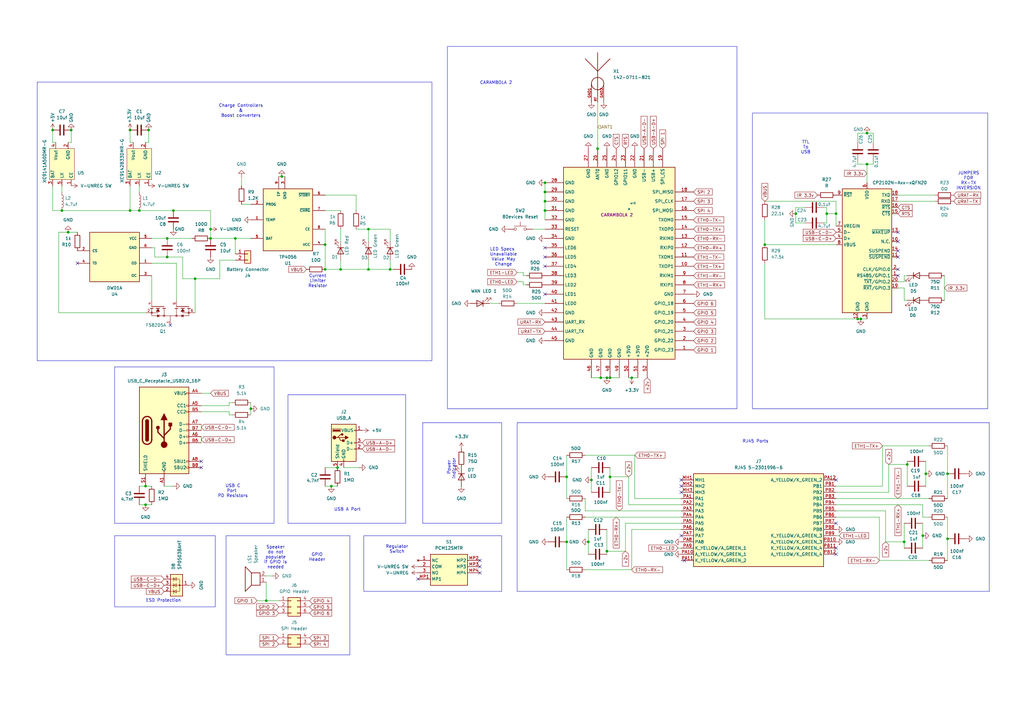
<source format=kicad_sch>
(kicad_sch (version 20231120) (generator "eeschema") (generator_version "8.0")
  (paper "A3")
  (junction (at 353.06 130.81))
  (junction (at 232.41 195.58))
  (junction (at 246.38 154.94))
  (junction (at 223.52 82.55))
  (junction (at 223.52 86.36))
  (junction (at 57.15 86.36))
  (junction (at 68.58 97.79))
  (junction (at 53.34 53.34))
  (junction (at 109.22 246.38))
  (junction (at 59.69 207.01))
  (junction (at 223.52 78.74))
  (junction (at 102.87 167.64))
  (junction (at 25.4 86.36))
  (junction (at 379.73 194.31))
  (junction (at 248.92 154.94))
  (junction (at 339.09 87.63))
  (junction (at 133.35 110.49))
  (junction (at 250.19 154.94))
  (junction (at 241.3 222.25))
  (junction (at 59.69 199.39))
  (junction (at 372.11 190.5))
  (junction (at 53.34 86.36))
  (junction (at 160.02 110.49))
  (junction (at 223.52 74.93))
  (junction (at 355.6 54.61))
  (junction (at 250.19 195.58))
  (junction (at 388.62 194.31))
  (junction (at 60.96 53.34))
  (junction (at 370.84 222.25))
  (junction (at 86.36 97.79))
  (junction (at 29.21 53.34))
  (junction (at 80.01 114.3))
  (junction (at 151.13 93.98))
  (junction (at 248.92 226.06))
  (junction (at 133.35 100.33))
  (junction (at 232.41 222.25))
  (junction (at 135.89 199.39))
  (junction (at 138.43 191.77))
  (junction (at 355.6 67.31))
  (junction (at 27.94 95.25))
  (junction (at 21.59 53.34))
  (junction (at 86.36 93.98))
  (junction (at 342.9 87.63))
  (junction (at 245.11 60.96))
  (junction (at 68.58 105.41))
  (junction (at 351.79 130.81))
  (junction (at 388.62 220.98))
  (junction (at 71.12 86.36))
  (junction (at 313.69 100.33))
  (junction (at 242.57 196.85))
  (junction (at 326.39 87.63))
  (junction (at 96.52 97.79))
  (junction (at 378.46 219.71))
  (junction (at 151.13 110.49))
  (junction (at 115.57 72.39))
  (junction (at 139.7 110.49))
  (junction (at 259.08 154.94))
  (no_connect (at 82.55 189.23))
  (no_connect (at 223.52 105.41))
  (no_connect (at 196.85 234.95))
  (no_connect (at 342.9 224.79))
  (no_connect (at 279.4 196.85))
  (no_connect (at 280.67 229.87))
  (no_connect (at 223.52 109.22))
  (no_connect (at 223.52 101.6))
  (no_connect (at 368.3 99.06))
  (no_connect (at 368.3 102.87))
  (no_connect (at 82.55 191.77))
  (no_connect (at 368.3 110.49))
  (no_connect (at 279.4 199.39))
  (no_connect (at 342.9 227.33))
  (no_connect (at 368.3 113.03))
  (no_connect (at 171.45 237.49))
  (no_connect (at 342.9 196.85))
  (no_connect (at 223.52 120.65))
  (no_connect (at 342.9 214.63))
  (no_connect (at 368.3 105.41))
  (no_connect (at 196.85 229.87))
  (no_connect (at 69.85 133.35))
  (no_connect (at 279.4 201.93))
  (no_connect (at 31.75 107.95))
  (no_connect (at 279.4 219.71))
  (no_connect (at 368.3 95.25))
  (no_connect (at 196.85 232.41))
  (wire (pts (xy 53.34 86.36) (xy 57.15 86.36)))
  (wire (pts (xy 363.22 222.25) (xy 370.84 222.25)))
  (wire (pts (xy 368.3 115.57) (xy 370.84 115.57)))
  (wire (pts (xy 102.87 167.64) (xy 102.87 170.18)))
  (wire (pts (xy 326.39 85.09) (xy 326.39 87.63)))
  (wire (pts (xy 248.92 226.06) (xy 248.92 227.33)))
  (wire (pts (xy 248.92 154.94) (xy 250.19 154.94)))
  (wire (pts (xy 62.23 123.19) (xy 62.23 113.03)))
  (wire (pts (xy 151.13 93.98) (xy 151.13 99.06)))
  (wire (pts (xy 135.89 199.39) (xy 138.43 199.39)))
  (wire (pts (xy 62.23 107.95) (xy 72.39 107.95)))
  (wire (pts (xy 68.58 105.41) (xy 63.5 105.41)))
  (wire (pts (xy 358.14 58.42) (xy 358.14 54.61)))
  (wire (pts (xy 111.76 236.22) (xy 109.22 236.22)))
  (wire (pts (xy 133.35 191.77) (xy 138.43 191.77)))
  (wire (pts (xy 68.58 105.41) (xy 74.93 105.41)))
  (wire (pts (xy 214.63 113.03) (xy 214.63 111.76)))
  (wire (pts (xy 223.52 82.55) (xy 223.52 86.36)))
  (wire (pts (xy 146.05 86.36) (xy 146.05 80.01)))
  (wire (pts (xy 115.57 72.39) (xy 116.84 72.39)))
  (wire (pts (xy 245.11 67.31) (xy 245.11 60.96)))
  (wire (pts (xy 351.79 54.61) (xy 355.6 54.61)))
  (wire (pts (xy 372.11 190.5) (xy 372.11 189.23)))
  (wire (pts (xy 160.02 99.06) (xy 160.02 93.98)))
  (wire (pts (xy 240.03 204.47) (xy 240.03 209.55)))
  (wire (pts (xy 214.63 116.84) (xy 215.9 116.84)))
  (wire (pts (xy 71.12 199.39) (xy 67.31 199.39)))
  (wire (pts (xy 250.19 195.58) (xy 257.81 195.58)))
  (wire (pts (xy 242.57 196.85) (xy 242.57 201.93)))
  (wire (pts (xy 24.13 95.25) (xy 24.13 128.27)))
  (wire (pts (xy 242.57 191.77) (xy 242.57 196.85)))
  (wire (pts (xy 259.08 154.94) (xy 261.62 154.94)))
  (wire (pts (xy 245.11 41.91) (xy 245.11 60.96)))
  (wire (pts (xy 93.98 166.37) (xy 82.55 166.37)))
  (wire (pts (xy 53.34 53.34) (xy 53.34 58.42)))
  (wire (pts (xy 212.09 124.46) (xy 223.52 124.46)))
  (wire (pts (xy 388.62 194.31) (xy 388.62 182.88)))
  (wire (pts (xy 387.35 113.03) (xy 387.35 123.19)))
  (wire (pts (xy 337.82 91.44) (xy 339.09 91.44)))
  (wire (pts (xy 242.57 154.94) (xy 246.38 154.94)))
  (wire (pts (xy 214.63 116.84) (xy 214.63 115.57)))
  (wire (pts (xy 379.73 194.31) (xy 379.73 189.23)))
  (wire (pts (xy 260.35 186.69) (xy 260.35 204.47)))
  (wire (pts (xy 388.62 212.09) (xy 388.62 220.98)))
  (wire (pts (xy 86.36 86.36) (xy 86.36 93.98)))
  (wire (pts (xy 250.19 195.58) (xy 250.19 201.93)))
  (wire (pts (xy 381 229.87) (xy 360.68 229.87)))
  (wire (pts (xy 250.19 191.77) (xy 250.19 195.58)))
  (wire (pts (xy 256.54 226.06) (xy 248.92 226.06)))
  (wire (pts (xy 29.21 53.34) (xy 29.21 58.42)))
  (wire (pts (xy 93.98 168.91) (xy 82.55 168.91)))
  (wire (pts (xy 232.41 195.58) (xy 232.41 186.69)))
  (wire (pts (xy 90.17 114.3) (xy 80.01 114.3)))
  (wire (pts (xy 109.22 246.38) (xy 114.3 246.38)))
  (wire (pts (xy 151.13 93.98) (xy 160.02 93.98)))
  (wire (pts (xy 115.57 72.39) (xy 114.3 72.39)))
  (wire (pts (xy 27.94 95.25) (xy 24.13 95.25)))
  (wire (pts (xy 161.29 110.49) (xy 160.02 110.49)))
  (wire (pts (xy 99.06 83.82) (xy 102.87 83.82)))
  (wire (pts (xy 90.17 106.68) (xy 90.17 114.3)))
  (wire (pts (xy 54.61 58.42) (xy 53.34 58.42)))
  (wire (pts (xy 139.7 99.06) (xy 139.7 93.98)))
  (wire (pts (xy 342.9 87.63) (xy 339.09 87.63)))
  (wire (pts (xy 342.9 204.47) (xy 381 204.47)))
  (wire (pts (xy 358.14 67.31) (xy 358.14 66.04)))
  (wire (pts (xy 257.81 195.58) (xy 257.81 207.01)))
  (wire (pts (xy 370.84 115.57) (xy 370.84 113.03)))
  (wire (pts (xy 223.52 78.74) (xy 223.52 82.55)))
  (wire (pts (xy 342.9 207.01) (xy 378.46 207.01)))
  (wire (pts (xy 360.68 229.87) (xy 360.68 212.09)))
  (wire (pts (xy 358.14 54.61) (xy 355.6 54.61)))
  (wire (pts (xy 96.52 106.68) (xy 90.17 106.68)))
  (wire (pts (xy 370.84 214.63) (xy 370.84 222.25)))
  (wire (pts (xy 59.69 199.39) (xy 62.23 199.39)))
  (wire (pts (xy 102.87 165.1) (xy 102.87 167.64)))
  (wire (pts (xy 241.3 222.25) (xy 241.3 227.33)))
  (wire (pts (xy 378.46 207.01) (xy 378.46 212.09)))
  (wire (pts (xy 240.03 209.55) (xy 279.4 209.55)))
  (wire (pts (xy 370.84 113.03) (xy 372.11 113.03)))
  (wire (pts (xy 68.58 97.79) (xy 62.23 97.79)))
  (wire (pts (xy 147.32 191.77) (xy 140.97 191.77)))
  (wire (pts (xy 71.12 86.36) (xy 86.36 86.36)))
  (wire (pts (xy 351.79 58.42) (xy 351.79 54.61)))
  (wire (pts (xy 246.38 154.94) (xy 248.92 154.94)))
  (wire (pts (xy 330.2 85.09) (xy 326.39 85.09)))
  (wire (pts (xy 378.46 212.09) (xy 381 212.09)))
  (wire (pts (xy 363.22 209.55) (xy 363.22 222.25)))
  (wire (pts (xy 60.96 53.34) (xy 60.96 58.42)))
  (wire (pts (xy 57.15 76.2) (xy 57.15 78.74)))
  (wire (pts (xy 214.63 115.57) (xy 212.09 115.57)))
  (wire (pts (xy 82.55 173.99) (xy 82.55 176.53)))
  (wire (pts (xy 93.98 170.18) (xy 93.98 168.91)))
  (wire (pts (xy 200.66 124.46) (xy 204.47 124.46)))
  (wire (pts (xy 105.41 246.38) (xy 109.22 246.38)))
  (wire (pts (xy 95.25 170.18) (xy 93.98 170.18)))
  (wire (pts (xy 146.05 80.01) (xy 133.35 80.01)))
  (wire (pts (xy 381 182.88) (xy 361.95 182.88)))
  (wire (pts (xy 25.4 86.36) (xy 53.34 86.36)))
  (wire (pts (xy 109.22 238.76) (xy 109.22 246.38)))
  (wire (pts (xy 388.62 220.98) (xy 388.62 229.87)))
  (wire (pts (xy 364.49 190.5) (xy 372.11 190.5)))
  (wire (pts (xy 370.84 123.19) (xy 372.11 123.19)))
  (wire (pts (xy 313.69 82.55) (xy 342.9 82.55)))
  (wire (pts (xy 256.54 214.63) (xy 256.54 226.06)))
  (wire (pts (xy 358.14 67.31) (xy 355.6 67.31)))
  (wire (pts (xy 133.35 100.33) (xy 133.35 93.98)))
  (wire (pts (xy 80.01 114.3) (xy 74.93 114.3)))
  (wire (pts (xy 351.79 66.04) (xy 351.79 67.31)))
  (wire (pts (xy 59.69 207.01) (xy 62.23 207.01)))
  (wire (pts (xy 232.41 222.25) (xy 232.41 233.68)))
  (wire (pts (xy 355.6 67.31) (xy 355.6 74.93)))
  (wire (pts (xy 72.39 107.95) (xy 72.39 123.19)))
  (wire (pts (xy 59.69 58.42) (xy 60.96 58.42)))
  (wire (pts (xy 31.75 95.25) (xy 27.94 95.25)))
  (wire (pts (xy 344.17 219.71) (xy 342.9 219.71)))
  (wire (pts (xy 378.46 219.71) (xy 378.46 214.63)))
  (wire (pts (xy 151.13 93.98) (xy 146.05 93.98)))
  (wire (pts (xy 342.9 201.93) (xy 364.49 201.93)))
  (wire (pts (xy 80.01 128.27) (xy 80.01 114.3)))
  (wire (pts (xy 372.11 190.5) (xy 372.11 199.39)))
  (wire (pts (xy 218.44 93.98) (xy 223.52 93.98)))
  (wire (pts (xy 99.06 72.39) (xy 99.06 76.2)))
  (wire (pts (xy 368.3 118.11) (xy 370.84 118.11)))
  (wire (pts (xy 353.06 130.81) (xy 355.6 130.81)))
  (wire (pts (xy 21.59 76.2) (xy 21.59 86.36)))
  (wire (pts (xy 370.84 123.19) (xy 370.84 118.11)))
  (wire (pts (xy 57.15 207.01) (xy 59.69 207.01)))
  (wire (pts (xy 240.03 186.69) (xy 260.35 186.69)))
  (wire (pts (xy 27.94 58.42) (xy 29.21 58.42)))
  (wire (pts (xy 355.6 67.31) (xy 351.79 67.31)))
  (wire (pts (xy 215.9 113.03) (xy 214.63 113.03)))
  (wire (pts (xy 151.13 106.68) (xy 151.13 110.49)))
  (wire (pts (xy 313.69 100.33) (xy 342.9 100.33)))
  (wire (pts (xy 240.03 233.68) (xy 259.08 233.68)))
  (wire (pts (xy 139.7 86.36) (xy 133.35 86.36)))
  (wire (pts (xy 139.7 110.49) (xy 133.35 110.49)))
  (wire (pts (xy 326.39 91.44) (xy 326.39 87.63)))
  (wire (pts (xy 370.84 224.79) (xy 370.84 222.25)))
  (wire (pts (xy 53.34 76.2) (xy 53.34 86.36)))
  (wire (pts (xy 82.55 179.07) (xy 82.55 181.61)))
  (wire (pts (xy 21.59 86.36) (xy 25.4 86.36)))
  (wire (pts (xy 86.36 97.79) (xy 96.52 97.79)))
  (wire (pts (xy 74.93 114.3) (xy 74.93 105.41)))
  (wire (pts (xy 279.4 214.63) (xy 256.54 214.63)))
  (wire (pts (xy 378.46 224.79) (xy 378.46 219.71)))
  (wire (pts (xy 25.4 76.2) (xy 25.4 78.74)))
  (wire (pts (xy 241.3 217.17) (xy 241.3 222.25)))
  (wire (pts (xy 383.54 82.55) (xy 368.3 82.55)))
  (wire (pts (xy 342.9 82.55) (xy 342.9 87.63)))
  (wire (pts (xy 223.52 86.36) (xy 223.52 90.17)))
  (wire (pts (xy 342.9 212.09) (xy 360.68 212.09)))
  (wire (pts (xy 250.19 154.94) (xy 254 154.94)))
  (wire (pts (xy 342.9 199.39) (xy 361.95 199.39)))
  (wire (pts (xy 330.2 91.44) (xy 326.39 91.44)))
  (wire (pts (xy 313.69 107.95) (xy 313.69 130.81)))
  (wire (pts (xy 93.98 165.1) (xy 93.98 166.37)))
  (wire (pts (xy 257.81 154.94) (xy 259.08 154.94)))
  (wire (pts (xy 160.02 106.68) (xy 160.02 110.49)))
  (wire (pts (xy 223.52 74.93) (xy 223.52 78.74)))
  (wire (pts (xy 339.09 85.09) (xy 337.82 85.09)))
  (wire (pts (xy 260.35 204.47) (xy 279.4 204.47)))
  (wire (pts (xy 339.09 87.63) (xy 339.09 91.44)))
  (wire (pts (xy 339.09 85.09) (xy 339.09 87.63)))
  (wire (pts (xy 24.13 128.27) (xy 59.69 128.27)))
  (wire (pts (xy 379.73 199.39) (xy 379.73 194.31)))
  (wire (pts (xy 364.49 190.5) (xy 364.49 201.93)))
  (wire (pts (xy 68.58 97.79) (xy 78.74 97.79)))
  (wire (pts (xy 96.52 97.79) (xy 102.87 97.79)))
  (wire (pts (xy 96.52 104.14) (xy 96.52 97.79)))
  (wire (pts (xy 259.08 217.17) (xy 259.08 233.68)))
  (wire (pts (xy 133.35 110.49) (xy 133.35 100.33)))
  (wire (pts (xy 22.86 58.42) (xy 21.59 58.42)))
  (wire (pts (xy 278.13 224.79) (xy 279.4 224.79)))
  (wire (pts (xy 139.7 110.49) (xy 139.7 106.68)))
  (wire (pts (xy 259.08 217.17) (xy 279.4 217.17)))
  (wire (pts (xy 383.54 80.01) (xy 368.3 80.01)))
  (wire (pts (xy 342.9 92.71) (xy 342.9 87.63)))
  (wire (pts (xy 86.36 93.98) (xy 86.36 97.79)))
  (wire (pts (xy 361.95 199.39) (xy 361.95 182.88)))
  (wire (pts (xy 342.9 209.55) (xy 363.22 209.55)))
  (wire (pts (xy 351.79 130.81) (xy 353.06 130.81)))
  (wire (pts (xy 248.92 217.17) (xy 248.92 226.06)))
  (wire (pts (xy 232.41 204.47) (xy 232.41 195.58)))
  (wire (pts (xy 313.69 90.17) (xy 313.69 100.33)))
  (wire (pts (xy 63.5 101.6) (xy 63.5 105.41)))
  (wire (pts (xy 133.35 199.39) (xy 135.89 199.39)))
  (wire (pts (xy 240.03 212.09) (xy 279.4 212.09)))
  (wire (pts (xy 57.15 86.36) (xy 71.12 86.36)))
  (wire (pts (xy 279.4 207.01) (xy 257.81 207.01)))
  (wire (pts (xy 232.41 212.09) (xy 232.41 222.25)))
  (wire (pts (xy 82.55 161.29) (xy 86.36 161.29)))
  (wire (pts (xy 214.63 111.76) (xy 212.09 111.76)))
  (wire (pts (xy 139.7 110.49) (xy 151.13 110.49)))
  (wire (pts (xy 388.62 204.47) (xy 388.62 194.31)))
  (wire (pts (xy 151.13 110.49) (xy 160.02 110.49)))
  (wire (pts (xy 95.25 165.1) (xy 93.98 165.1)))
  (wire (pts (xy 57.15 199.39) (xy 59.69 199.39)))
  (wire (pts (xy 313.69 130.81) (xy 351.79 130.81)))
  (wire (pts (xy 62.23 101.6) (xy 63.5 101.6)))
  (wire (pts (xy 21.59 53.34) (xy 21.59 58.42)))
  (rectangle (start 46.99 219.71) (end 88.265 248.92))
  (rectangle (start 308.61 46.355) (end 405.13 167.64))
  (rectangle (start 183.515 19.05) (end 302.26 167.64))
  (rectangle (start 46.99 150.495) (end 112.395 214.63))
  (rectangle (start 212.09 173.355) (end 405.765 242.57))
  (rectangle (start 149.225 219.71) (end 205.74 242.57))
  (rectangle (start 118.11 161.925) (end 166.37 214.63))
  (rectangle (start 173.355 173.355) (end 205.74 214.63))
  (rectangle (start 15.24 33.655) (end 177.165 147.955))
  (rectangle (start 92.71 219.71) (end 143.51 268.605))
  (text "CARAMBOLA 2" (at 203.454 34.036 0) (effects (font (size 1.27 1.27))))
  (text "JUMPERS\nFOR\nRX-TX\nINVERSION" (at 397.256 74.168 0) (effects (font (size 1.27 1.27))))
  (text "ESD Protection" (at 67.056 246.38 0) (effects (font (size 1.27 1.27))))
  (text "Current\nLimiter\nResistor" (at 130.302 115.316 0) (effects (font (size 1.27 1.27))))
  (text "USB A Port" (at 142.494 209.042 0) (effects (font (size 1.27 1.27))))
  (text "Power\nindicator " (at 185.166 191.77 90) (effects (font (size 1.27 1.27))))
  (text "Speaker\ndo not\npopulate\nif GPIO is\nneeded" (at 113.03 228.6 0) (effects (font (size 1.27 1.27))))
  (text "RJ45 Ports\n" (at 309.88 181.102 0) (effects (font (size 1.27 1.27))))
  (text "Charge Controllers\n&\nBoost converters" (at 98.806 45.466 0) (effects (font (size 1.27 1.27))))
  (text "TTL\nTo\nUSB" (at 330.454 60.452 0) (effects (font (size 1.27 1.27))))
  (text "Regulator\nSwitch" (at 162.814 225.298 0) (effects (font (size 1.27 1.27))))
  (text "USB C\nPort \nPD Resistors" (at 95.504 201.422 0) (effects (font (size 1.27 1.27))))
  (text "GPIO\nHeader" (at 130.048 228.6 0) (effects (font (size 1.27 1.27))))
  (text "LED Specs \nUnavailable\nValue May\nChange" (at 206.502 105.41 0) (effects (font (size 1.27 1.27))))
  (global_label "ETH0-TX-" (shape input) (at 284.48 90.17 0) (property "Intersheetrefs" "${INTERSHEET_REFS}" (effects (hide yes))))
  (global_label "VBUS" (shape input) (at 67.31 242.57 180) (property "Intersheetrefs" "${INTERSHEET_REFS}" (effects (hide yes))))
  (global_label "IR 3.3v" (shape input) (at 335.28 80.01 180) (property "Intersheetrefs" "${INTERSHEET_REFS}" (effects (hide yes))))
  (global_label "SPI 3" (shape input) (at 284.48 82.55 0) (property "Intersheetrefs" "${INTERSHEET_REFS}" (effects (hide yes))))
  (global_label "GPIO 5" (shape input) (at 284.48 128.27 0) (property "Intersheetrefs" "${INTERSHEET_REFS}" (effects (hide yes))))
  (global_label "ETH0-TX+" (shape input) (at 284.48 93.98 0) (property "Intersheetrefs" "${INTERSHEET_REFS}" (effects (hide yes))))
  (global_label "ETH1-LED" (shape input) (at 212.09 111.76 180) (property "Intersheetrefs" "${INTERSHEET_REFS}" (effects (hide yes))))
  (global_label "+2v" (shape input) (at 257.81 195.58 90) (property "Intersheetrefs" "${INTERSHEET_REFS}" (effects (hide yes))))
  (global_label "ETH1-RX+" (shape input) (at 368.3 207.01 270) (property "Intersheetrefs" "${INTERSHEET_REFS}" (effects (hide yes))))
  (global_label "GPIO 5" (shape input) (at 127 248.92 0) (property "Intersheetrefs" "${INTERSHEET_REFS}" (effects (hide yes))))
  (global_label "ETH1-TX-" (shape input) (at 368.3 204.47 90) (property "Intersheetrefs" "${INTERSHEET_REFS}" (effects (hide yes))))
  (global_label "SPI 2" (shape input) (at 114.3 264.16 180) (property "Intersheetrefs" "${INTERSHEET_REFS}" (effects (hide yes))))
  (global_label "SPI 1" (shape input) (at 114.3 261.62 180) (property "Intersheetrefs" "${INTERSHEET_REFS}" (effects (hide yes))))
  (global_label "USB-C-D+" (shape input) (at 82.55 180.34 0) (property "Intersheetrefs" "${INTERSHEET_REFS}" (effects (hide yes))))
  (global_label "GPIO 3" (shape input) (at 114.3 251.46 180) (property "Intersheetrefs" "${INTERSHEET_REFS}" (effects (hide yes))))
  (global_label "ETH1-TX+" (shape input) (at 284.48 109.22 0) (property "Intersheetrefs" "${INTERSHEET_REFS}" (effects (hide yes))))
  (global_label "GPIO 1" (shape input) (at 284.48 143.51 0) (property "Intersheetrefs" "${INTERSHEET_REFS}" (effects (hide yes))))
  (global_label "GPIO 4" (shape input) (at 284.48 132.08 0) (property "Intersheetrefs" "${INTERSHEET_REFS}" (effects (hide yes))))
  (global_label "USB-C-D+" (shape input) (at 342.9 97.79 180) (property "Intersheetrefs" "${INTERSHEET_REFS}" (effects (hide yes))))
  (global_label "+2v" (shape input) (at 256.54 226.06 270) (property "Intersheetrefs" "${INTERSHEET_REFS}" (effects (hide yes))))
  (global_label "USB-A-D+" (shape input) (at 267.97 60.96 90) (property "Intersheetrefs" "${INTERSHEET_REFS}" (effects (hide yes))))
  (global_label "RTS" (shape input) (at 368.3 87.63 0) (property "Intersheetrefs" "${INTERSHEET_REFS}" (effects (hide yes))))
  (global_label "URAT-RX" (shape input) (at 223.52 132.08 180) (property "Intersheetrefs" "${INTERSHEET_REFS}" (effects (hide yes))))
  (global_label "IR 3.3v" (shape input) (at 355.6 71.12 180) (property "Intersheetrefs" "${INTERSHEET_REFS}" (effects (hide yes))))
  (global_label "VBUS" (shape input) (at 125.73 110.49 180) (property "Intersheetrefs" "${INTERSHEET_REFS}" (effects (hide yes))))
  (global_label "VBUS" (shape input) (at 86.36 161.29 0) (property "Intersheetrefs" "${INTERSHEET_REFS}" (effects (hide yes))))
  (global_label "ETH1-RX-" (shape input) (at 284.48 113.03 0) (property "Intersheetrefs" "${INTERSHEET_REFS}" (effects (hide yes))))
  (global_label "RTS" (shape input) (at 256.54 60.96 90) (property "Intersheetrefs" "${INTERSHEET_REFS}" (effects (hide yes))))
  (global_label "CTS" (shape input) (at 368.3 85.09 0) (property "Intersheetrefs" "${INTERSHEET_REFS}" (effects (hide yes))))
  (global_label "USB-A-D-" (shape input) (at 148.59 184.15 0) (property "Intersheetrefs" "${INTERSHEET_REFS}" (effects (hide yes))))
  (global_label "USB-C-D-" (shape input) (at 342.9 95.25 180) (property "Intersheetrefs" "${INTERSHEET_REFS}" (effects (hide yes))))
  (global_label "VBUS" (shape input) (at 313.69 82.55 90) (property "Intersheetrefs" "${INTERSHEET_REFS}" (effects (hide yes))))
  (global_label "GPIO 1" (shape input) (at 105.41 246.38 180) (property "Intersheetrefs" "${INTERSHEET_REFS}" (effects (hide yes))))
  (global_label "ETH0-RX+" (shape input) (at 252.73 212.09 270) (property "Intersheetrefs" "${INTERSHEET_REFS}" (effects (hide yes))))
  (global_label "ETH1-TX-" (shape input) (at 284.48 105.41 0) (property "Intersheetrefs" "${INTERSHEET_REFS}" (effects (hide yes))))
  (global_label "ETH0-TX+" (shape input) (at 260.35 186.69 0) (property "Intersheetrefs" "${INTERSHEET_REFS}" (effects (hide yes))))
  (global_label "GPIO 2" (shape input) (at 114.3 248.92 180) (property "Intersheetrefs" "${INTERSHEET_REFS}" (effects (hide yes))))
  (global_label "ETH1-RX+" (shape input) (at 284.48 116.84 0) (property "Intersheetrefs" "${INTERSHEET_REFS}" (effects (hide yes))))
  (global_label "GPIO 6" (shape input) (at 284.48 124.46 0) (property "Intersheetrefs" "${INTERSHEET_REFS}" (effects (hide yes))))
  (global_label "ETH1-TX+" (shape input) (at 361.95 182.88 180) (property "Intersheetrefs" "${INTERSHEET_REFS}" (effects (hide yes))))
  (global_label "+2v" (shape input) (at 363.22 222.25 270) (property "Intersheetrefs" "${INTERSHEET_REFS}" (effects (hide yes))))
  (global_label "GPIO 3" (shape input) (at 284.48 135.89 0) (property "Intersheetrefs" "${INTERSHEET_REFS}" (effects (hide yes))))
  (global_label "ETH0-RX+" (shape input) (at 284.48 101.6 0) (property "Intersheetrefs" "${INTERSHEET_REFS}" (effects (hide yes))))
  (global_label "GPIO 4" (shape input) (at 127 246.38 0) (property "Intersheetrefs" "${INTERSHEET_REFS}" (effects (hide yes))))
  (global_label "USB-C-D-" (shape input) (at 67.31 237.49 180) (property "Intersheetrefs" "${INTERSHEET_REFS}" (effects (hide yes))))
  (global_label "IR 3.3v" (shape input) (at 387.35 118.11 0) (property "Intersheetrefs" "${INTERSHEET_REFS}" (effects (hide yes))))
  (global_label "ETH0-LED" (shape input) (at 212.09 115.57 180) (property "Intersheetrefs" "${INTERSHEET_REFS}" (effects (hide yes))))
  (global_label "+2v" (shape input) (at 265.43 154.94 270) (property "Intersheetrefs" "${INTERSHEET_REFS}" (effects (hide yes))))
  (global_label "ETH1-LED" (shape input) (at 344.17 219.71 0) (property "Intersheetrefs" "${INTERSHEET_REFS}" (effects (hide yes))))
  (global_label "ETH0-TX-" (shape input) (at 254 209.55 90) (property "Intersheetrefs" "${INTERSHEET_REFS}" (effects (hide yes))))
  (global_label "URAT-TX" (shape input) (at 391.16 82.55 0) (property "Intersheetrefs" "${INTERSHEET_REFS}" (effects (hide yes))))
  (global_label "CTS" (shape input) (at 252.73 60.96 90) (property "Intersheetrefs" "${INTERSHEET_REFS}" (effects (hide yes))))
  (global_label "SPI 3" (shape input) (at 127 261.62 0) (property "Intersheetrefs" "${INTERSHEET_REFS}" (effects (hide yes))))
  (global_label "+2v" (shape input) (at 364.49 190.5 90) (property "Intersheetrefs" "${INTERSHEET_REFS}" (effects (hide yes))))
  (global_label "URAT-RX" (shape input) (at 391.16 80.01 0) (property "Intersheetrefs" "${INTERSHEET_REFS}" (effects (hide yes))))
  (global_label "URAT-TX" (shape input) (at 223.52 135.89 180) (property "Intersheetrefs" "${INTERSHEET_REFS}" (effects (hide yes))))
  (global_label "ETH1-RX-" (shape input) (at 360.68 229.87 180) (property "Intersheetrefs" "${INTERSHEET_REFS}" (effects (hide yes))))
  (global_label "USB-A-D-" (shape input) (at 264.16 60.96 90) (property "Intersheetrefs" "${INTERSHEET_REFS}" (effects (hide yes))))
  (global_label "GPIO 2" (shape input) (at 284.48 139.7 0) (property "Intersheetrefs" "${INTERSHEET_REFS}" (effects (hide yes))))
  (global_label "ETH0-RX-" (shape input) (at 259.08 233.68 0) (property "Intersheetrefs" "${INTERSHEET_REFS}" (effects (hide yes))))
  (global_label "SPI 1" (shape input) (at 271.78 60.96 90) (property "Intersheetrefs" "${INTERSHEET_REFS}" (effects (hide yes))))
  (global_label "SPI 4" (shape input) (at 127 264.16 0) (property "Intersheetrefs" "${INTERSHEET_REFS}" (effects (hide yes))))
  (global_label "ETH0-RX-" (shape input) (at 284.48 97.79 0) (property "Intersheetrefs" "${INTERSHEET_REFS}" (effects (hide yes))))
  (global_label "ETH0-LED" (shape input) (at 278.13 224.79 180) (property "Intersheetrefs" "${INTERSHEET_REFS}" (effects (hide yes))))
  (global_label "GPIO 6" (shape input) (at 127 251.46 0) (property "Intersheetrefs" "${INTERSHEET_REFS}" (effects (hide yes))))
  (global_label "USB-C-D-" (shape input) (at 82.55 175.26 0) (property "Intersheetrefs" "${INTERSHEET_REFS}" (effects (hide yes))))
  (global_label "SPI 2" (shape input) (at 284.48 78.74 0) (property "Intersheetrefs" "${INTERSHEET_REFS}" (effects (hide yes))))
  (global_label "USB-A-D+" (shape input) (at 148.59 181.61 0) (property "Intersheetrefs" "${INTERSHEET_REFS}" (effects (hide yes))))
  (global_label "USB-C-D+" (shape input) (at 67.31 240.03 180) (property "Intersheetrefs" "${INTERSHEET_REFS}" (effects (hide yes))))
  (global_label "SPI 4" (shape input) (at 284.48 86.36 0) (property "Intersheetrefs" "${INTERSHEET_REFS}" (effects (hide yes))))
  (hierarchical_label "ANT1" (shape input) (at 245.11 52.07 0))
  (symbol (lib_id "Connector:USB_C_Receptacle_USB2.0_16P") (at 67.31 176.53 0) (unit 1)
    (property "Reference" "J3" (at 67.31 153.67 0))
    (property "Value" "USB_C_Receptacle_USB2.0_16P" (at 67.31 156.21 0))
    (property "Footprint" "Custom Footprints:TYPE-C-31-M-12" (effects (hide yes)))
    (property "Datasheet" "https://www.usb.org/sites/default/files/documents/usb_type-c.zip" (effects (hide yes)))
    (property "Description" "USB 2.0-only 16P Type-C Receptacle connector" (effects (hide yes)))
  )
  (symbol (lib_id "power:VBUS") (at 29.21 76.2 270) (unit 1)
    (property "Reference" "#PWR055" (effects (hide yes)))
    (property "Value" "V-UNREG SW" (at 33.02 76.1999 90) (effects (justify left)))
    (property "Description" "Power symbol creates a global label with name \"VBUS\"" (effects (hide yes)))
  )
  (symbol (lib_id "Device:LED") (at 139.7 102.87 270) (unit 1)
    (property "Reference" "D1" (at 138.684 105.41 90) (effects (justify right)))
    (property "Value" "LED Red" (at 142.24 104.648 0) (effects (justify right)))
    (property "Footprint" "LED_SMD:LED_0603_1608Metric" (effects (hide yes)))
    (property "Description" "Light emitting diode" (effects (hide yes)))
  )
  (symbol (lib_id "power:GND") (at 102.87 90.17 270) (unit 1)
    (property "Reference" "#PWR031" (effects (hide yes)))
    (property "Value" "GND" (at 99.06 90.1701 90) (effects (justify right)))
    (property "Description" "Power symbol creates a global label with name \"GND\" , ground" (effects (hide yes)))
  )
  (symbol (lib_id "power:GND") (at 135.89 199.39 0) (unit 1)
    (property "Reference" "#PWR017" (effects (hide yes)))
    (property "Value" "GND" (at 135.89 204.47 0))
    (property "Description" "Power symbol creates a global label with name \"GND\" , ground" (effects (hide yes)))
  )
  (symbol (lib_id "Device:C") (at 334.01 91.44 270) (unit 1)
    (property "Reference" "C23" (at 330.962 90.17 90) (effects (justify right)))
    (property "Value" "4.7uf" (at 340.614 92.71 90) (effects (justify right)))
    (property "Footprint" "Capacitor_SMD:C_0603_1608Metric_Pad1.08x0.95mm_HandSolder" (effects (hide yes)))
    (property "Description" "Unpolarized capacitor" (effects (hide yes)))
  )
  (symbol (lib_id "Device:R") (at 384.81 212.09 270) (unit 1)
    (property "Reference" "R20" (at 384.81 209.55 90))
    (property "Value" "50Ω" (at 384.81 214.884 90))
    (property "Footprint" "Resistor_SMD:R_0603_1608Metric" (effects (hide yes)))
    (property "Description" "Resistor" (effects (hide yes)))
  )
  (symbol (lib_id "Connector_Generic:Conn_02x03_Top_Bottom") (at 119.38 248.92 0) (unit 1)
    (property "Reference" "J6" (at 120.65 240.03 0))
    (property "Value" "GPIO Header" (at 120.65 242.57 0))
    (property "Footprint" "Connector_PinSocket_2.54mm:PinSocket_2x03_P2.54mm_Vertical" (effects (hide yes)))
    (property "Description" "Generic connector, double row, 02x03, top/bottom pin numbering scheme (row 1: 1...pins_per_row, row2: pins_per_row+1 ... num_pins), script generated (kicad-library-utils/schlib/autogen/connector/)" (effects (hide yes)))
  )
  (symbol (lib_id "Device:C") (at 57.15 53.34 90) (unit 1)
    (property "Reference" "C1" (at 57.15 45.72 90))
    (property "Value" "10uf" (at 57.15 48.26 90))
    (property "Footprint" "Capacitor_SMD:C_0603_1608Metric" (effects (hide yes)))
    (property "Description" "Unpolarized capacitor" (effects (hide yes)))
  )
  (symbol (lib_id "Custom Symbols:XC9142B33DMR-G") (at 57.15 67.31 270) (unit 1)
    (property "Reference" "U2" (at 63.5 70.9124 90) (effects (justify left)))
    (property "Value" "XC9142B33DMR-G" (at 50.038 56.896 0) (effects (justify left)))
    (property "Footprint" "Custom Footprints:XC8107AC20MR-G" (effects (hide yes)))
  )
  (symbol (lib_id "power:GND") (at 247.65 41.91 0) (unit 1)
    (property "Reference" "#PWR050" (effects (hide yes)))
    (property "Value" "GND" (at 247.65 46.99 0))
    (property "Description" "Power symbol creates a global label with name \"GND\" , ground" (effects (hide yes)))
  )
  (symbol (lib_id "Device:R") (at 313.69 86.36 0) (unit 1)
    (property "Reference" "R28" (at 316.23 85.0899 0) (effects (justify left)))
    (property "Value" "22.1k" (at 316.23 87.6299 0) (effects (justify left)))
    (property "Footprint" "Resistor_SMD:R_0603_1608Metric" (effects (hide yes)))
    (property "Description" "Resistor" (effects (hide yes)))
  )
  (symbol (lib_id "Power_Protection:SP0503BAHT") (at 72.39 240.03 90) (unit 1)
    (property "Reference" "D8" (at 71.1199 233.68 0) (effects (justify left)))
    (property "Value" "SP0503BAHT" (at 73.6599 233.68 0) (effects (justify left)))
    (property "Footprint" "Package_TO_SOT_SMD:SOT-143" (effects (hide yes)))
    (property "Datasheet" "http://www.littelfuse.com/~/media/files/littelfuse/technical%20resources/documents/data%20sheets/sp05xxba.pdf" (effects (hide yes)))
    (property "Description" "TVS Diode Array, 5.5V Standoff, 3 Channels, SOT-143 package" (effects (hide yes)))
  )
  (symbol (lib_id "power:GND") (at 223.52 139.7 270) (unit 1)
    (property "Reference" "#PWR09" (effects (hide yes)))
    (property "Value" "GND" (at 219.71 139.6999 90) (effects (justify right)))
    (property "Description" "Power symbol creates a global label with name \"GND\" , ground" (effects (hide yes)))
  )
  (symbol (lib_id "Device:R") (at 139.7 90.17 0) (unit 1)
    (property "Reference" "R6" (at 137.668 91.44 0) (effects (justify right)))
    (property "Value" "1k" (at 137.668 88.9 0) (effects (justify right)))
    (property "Footprint" "Resistor_SMD:R_0603_1608Metric" (effects (hide yes)))
    (property "Description" "Resistor" (effects (hide yes)))
  )
  (symbol (lib_id "Device:C") (at 71.12 90.17 0) (unit 1)
    (property "Reference" "C8" (at 68.072 91.948 0) (effects (justify right)))
    (property "Value" "10uf" (at 68.072 89.408 0) (effects (justify right)))
    (property "Footprint" "Capacitor_SMD:C_0603_1608Metric" (effects (hide yes)))
    (property "Description" "Unpolarized capacitor" (effects (hide yes)))
  )
  (symbol (lib_id "power:GND") (at 326.39 87.63 270) (unit 1)
    (property "Reference" "#PWR056" (effects (hide yes)))
    (property "Value" "GND" (at 324.866 91.186 0))
    (property "Description" "Power symbol creates a global label with name \"GND\" , ground" (effects (hide yes)))
  )
  (symbol (lib_id "Device:R") (at 387.35 80.01 90) (unit 1)
    (property "Reference" "R23" (at 387.35 74.93 90))
    (property "Value" "0Ω" (at 387.35 77.47 90))
    (property "Footprint" "Resistor_SMD:R_0603_1608Metric" (effects (hide yes)))
    (property "Description" "Resistor" (effects (hide yes)))
  )
  (symbol (lib_id "Custom Symbols:XC9142B33DMR-G") (at 25.4 67.31 270) (unit 1)
    (property "Reference" "U5" (at 31.75 70.9124 90) (effects (justify left)))
    (property "Value" "XC9141A50DMR-G" (at 18.288 57.15 0) (effects (justify left)))
    (property "Footprint" "Custom Footprints:XC8107AC20MR-G" (effects (hide yes)))
  )
  (symbol (lib_id "power:GND") (at 248.92 154.94 0) (unit 1)
    (property "Reference" "#PWR08" (effects (hide yes)))
    (property "Value" "GND" (at 248.92 160.02 0))
    (property "Description" "Power symbol creates a global label with name \"GND\" , ground" (effects (hide yes)))
  )
  (symbol (lib_id "Device:R") (at 82.55 97.79 270) (unit 1)
    (property "Reference" "R8" (at 82.55 94.488 90))
    (property "Value" "100Ω" (at 82.55 91.948 90))
    (property "Footprint" "Resistor_SMD:R_0603_1608Metric" (effects (hide yes)))
    (property "Description" "Resistor" (effects (hide yes)))
  )
  (symbol (lib_id "Device:C") (at 228.6 195.58 90) (unit 1)
    (property "Reference" "C14" (at 228.6 187.96 90))
    (property "Value" "100nf" (at 228.6 190.5 90))
    (property "Footprint" "Capacitor_SMD:C_0603_1608Metric" (effects (hide yes)))
    (property "Description" "Unpolarized capacitor" (effects (hide yes)))
  )
  (symbol (lib_id "Device:R") (at 236.22 186.69 90) (unit 1)
    (property "Reference" "R17" (at 236.22 189.23 90))
    (property "Value" "50Ω" (at 236.22 183.896 90))
    (property "Footprint" "Resistor_SMD:R_0603_1608Metric" (effects (hide yes)))
    (property "Description" "Resistor" (effects (hide yes)))
  )
  (symbol (lib_id "power:GND") (at 147.32 191.77 90) (unit 1)
    (property "Reference" "#PWR018" (effects (hide yes)))
    (property "Value" "GND" (at 151.13 191.7699 90) (effects (justify right)))
    (property "Description" "Power symbol creates a global label with name \"GND\" , ground" (effects (hide yes)))
  )
  (symbol (lib_id "Custom Symbols:FS8205A") (at 69.85 128.27 270) (unit 1)
    (property "Reference" "Q1" (at 68.1989 135.89 90) (effects (justify right)))
    (property "Value" "FS8205A" (at 68.1989 133.35 90) (effects (justify right)))
    (property "Footprint" "Custom Footprints:FS8205A" (effects (hide yes)))
    (property "MF" "Fortune Semiconductor" (effects (hide yes)))
    (property "MAXIMUM_PACKAGE_HEIGHT" "1.2mm" (effects (hide yes)))
    (property "Package" "Package" (effects (hide yes)))
    (property "Price" "None" (effects (hide yes)))
    (property "Check_prices" "https://www.snapeda.com/parts/FS8205A/Fortune+Semiconductor/view-part/?ref=eda" (effects (hide yes)))
    (property "STANDARD" "IPC 7351B" (effects (hide yes)))
    (property "PARTREV" "1.7" (effects (hide yes)))
    (property "SnapEDA_Link" "https://www.snapeda.com/parts/FS8205A/Fortune+Semiconductor/view-part/?ref=snap" (effects (hide yes)))
    (property "MP" "FS8205A" (effects (hide yes)))
    (property "Description_1" "\n" (effects (hide yes)))
    (property "Availability" "In Stock" (effects (hide yes)))
    (property "MANUFACTURER" "Fortune Semiconductor" (effects (hide yes)))
  )
  (symbol (lib_id "power:GND") (at 168.91 110.49 180) (unit 1)
    (property "Reference" "#PWR028" (effects (hide yes)))
    (property "Value" "GND" (at 168.91 105.41 0))
    (property "Description" "Power symbol creates a global label with name \"GND\" , ground" (effects (hide yes)))
  )
  (symbol (lib_id "Device:C") (at 246.38 201.93 90) (unit 1)
    (property "Reference" "C11" (at 246.38 198.12 90))
    (property "Value" "100nf" (at 246.38 205.994 90))
    (property "Footprint" "Capacitor_SMD:C_0603_1608Metric" (effects (hide yes)))
    (property "Description" "Unpolarized capacitor" (effects (hide yes)))
  )
  (symbol (lib_id "power:GND") (at 59.69 207.01 0) (unit 1)
    (property "Reference" "#PWR025" (effects (hide yes)))
    (property "Value" "GND" (at 59.69 212.09 0))
    (property "Description" "Power symbol creates a global label with name \"GND\" , ground" (effects (hide yes)))
  )
  (symbol (lib_id "power:GND") (at 279.4 222.25 270) (unit 1)
    (property "Reference" "#PWR038" (effects (hide yes)))
    (property "Value" "GND" (at 276.352 222.25 90) (effects (justify right)))
    (property "Description" "Power symbol creates a global label with name \"GND\" , ground" (effects (hide yes)))
  )
  (symbol (lib_id "Device:C") (at 25.4 53.34 90) (unit 1)
    (property "Reference" "C7" (at 25.4 45.72 90))
    (property "Value" "10uf" (at 25.4 48.26 90))
    (property "Footprint" "Capacitor_SMD:C_0603_1608Metric" (effects (hide yes)))
    (property "Description" "Unpolarized capacitor" (effects (hide yes)))
  )
  (symbol (lib_id "power:VBUS") (at 171.45 232.41 90) (unit 1)
    (property "Reference" "#PWR053" (effects (hide yes)))
    (property "Value" "V-UNREG SW" (at 167.64 232.4099 90) (effects (justify left)))
    (property "Description" "Power symbol creates a global label with name \"VBUS\"" (effects (hide yes)))
  )
  (symbol (lib_id "Device:R") (at 99.06 80.01 180) (unit 1)
    (property "Reference" "R9" (at 101.6 78.7399 0) (effects (justify right)))
    (property "Value" "1.2K" (at 101.6 81.2799 0) (effects (justify right)))
    (property "Footprint" "Resistor_SMD:R_0603_1608Metric" (effects (hide yes)))
    (property "Description" "Resistor" (effects (hide yes)))
  )
  (symbol (lib_id "Device:C") (at 86.36 101.6 180) (unit 1)
    (property "Reference" "C5" (at 90.17 100.3299 0) (effects (justify right)))
    (property "Value" "10uf" (at 90.17 102.8699 0) (effects (justify right)))
    (property "Footprint" "Capacitor_SMD:C_0603_1608Metric" (effects (hide yes)))
    (property "Description" "Unpolarized capacitor" (effects (hide yes)))
  )
  (symbol (lib_id "Device:Speaker") (at 104.14 238.76 180) (unit 1)
    (property "Reference" "LS1" (at 102.3619 231.14 90) (effects (justify right)))
    (property "Value" "Speaker" (at 104.9019 231.14 90) (effects (justify right)))
    (property "Footprint" "Connector_PinSocket_1.00mm:PinSocket_1x02_P1.00mm_Vertical" (effects (hide yes)))
    (property "Description" "Speaker" (effects (hide yes)))
  )
  (symbol (lib_id "power:GND") (at 379.73 194.31 90) (unit 1)
    (property "Reference" "#PWR046" (effects (hide yes)))
    (property "Value" "GND" (at 383.54 194.3101 90) (effects (justify right)))
    (property "Description" "Power symbol creates a global label with name \"GND\" , ground" (effects (hide yes)))
  )
  (symbol (lib_id "Device:R") (at 208.28 124.46 270) (unit 1)
    (property "Reference" "R14" (at 208.026 121.666 90))
    (property "Value" "50Ω" (at 208.026 119.126 90))
    (property "Footprint" "Resistor_SMD:R_0603_1608Metric" (effects (hide yes)))
    (property "Description" "Resistor" (effects (hide yes)))
  )
  (symbol (lib_id "Interface_USB:CP2102N-Axx-xQFN20") (at 355.6 102.87 0) (unit 1)
    (property "Reference" "U3" (effects (hide yes)))
    (property "Value" "CP2102N-Axx-xQFN20" (at 357.7941 74.93 0) (effects (justify left)))
    (property "Footprint" "Package_DFN_QFN:SiliconLabs_QFN-20-1EP_3x3mm_P0.5mm_EP1.8x1.8mm" (effects (hide yes)))
    (property "Datasheet" "https://www.silabs.com/documents/public/data-sheets/cp2102n-datasheet.pdf" (effects (hide yes)))
    (property "Description" "USB to UART master bridge, QFN-20" (effects (hide yes)))
  )
  (symbol (lib_id "Device:LED") (at 375.92 123.19 0) (unit 1)
    (property "Reference" "D6" (at 374.396 129.286 0))
    (property "Value" "LED" (at 374.396 126.746 0))
    (property "Footprint" "LED_SMD:LED_0603_1608Metric" (effects (hide yes)))
    (property "Description" "Light emitting diode" (effects (hide yes)))
  )
  (symbol (lib_id "power:GND") (at 86.36 105.41 0) (unit 1)
    (property "Reference" "#PWR033" (effects (hide yes)))
    (property "Value" "GND" (at 86.36 110.49 0))
    (property "Description" "Power symbol creates a global label with name \"GND\" , ground" (effects (hide yes)))
  )
  (symbol (lib_id "power:GND") (at 223.52 74.93 270) (unit 1)
    (property "Reference" "#PWR010" (effects (hide yes)))
    (property "Value" "GND" (at 219.71 74.9299 90) (effects (justify right)))
    (property "Description" "Power symbol creates a global label with name \"GND\" , ground" (effects (hide yes)))
  )
  (symbol (lib_id "power:+3.3V") (at 259.08 154.94 180) (unit 1)
    (property "Reference" "#PWR07" (effects (hide yes)))
    (property "Value" "+3.3V" (at 259.08 160.02 0))
    (property "Description" "Power symbol creates a global label with name \"+3.3V\"" (effects (hide yes)))
  )
  (symbol (lib_id "power:GND") (at 77.47 240.03 90) (unit 1)
    (property "Reference" "#PWR023" (effects (hide yes)))
    (property "Value" "GND" (at 82.55 240.03 0))
    (property "Description" "Power symbol creates a global label with name \"GND\" , ground" (effects (hide yes)))
  )
  (symbol (lib_id "power:GND") (at 342.9 222.25 90) (unit 1)
    (property "Reference" "#PWR049" (effects (hide yes)))
    (property "Value" "GND" (at 346.71 222.2499 90) (effects (justify right)))
    (property "Description" "Power symbol creates a global label with name \"GND\" , ground" (effects (hide yes)))
  )
  (symbol (lib_id "Device:R") (at 383.54 113.03 270) (unit 1)
    (property "Reference" "R11" (at 383.54 118.11 90))
    (property "Value" "75Ω" (at 383.54 115.57 90))
    (property "Footprint" "Resistor_SMD:R_0603_1608Metric" (effects (hide yes)))
    (property "Description" "Resistor" (effects (hide yes)))
  )
  (symbol (lib_id "power:GND") (at 99.06 72.39 180) (unit 1)
    (property "Reference" "#PWR032" (effects (hide yes)))
    (property "Value" "GND" (at 99.06 67.31 0))
    (property "Description" "Power symbol creates a global label with name \"GND\" , ground" (effects (hide yes)))
  )
  (symbol (lib_id "Device:C") (at 392.43 220.98 270) (unit 1)
    (property "Reference" "C16" (at 392.43 228.6 90))
    (property "Value" "100nf" (at 392.43 226.06 90))
    (property "Footprint" "Capacitor_SMD:C_0603_1608Metric" (effects (hide yes)))
    (property "Description" "Unpolarized capacitor" (effects (hide yes)))
  )
  (symbol (lib_id "Device:R") (at 313.69 104.14 0) (unit 1)
    (property "Reference" "R29" (at 316.23 102.8699 0) (effects (justify left)))
    (property "Value" "47.5k" (at 316.23 105.4099 0) (effects (justify left)))
    (property "Footprint" "Resistor_SMD:R_0603_1608Metric" (effects (hide yes)))
    (property "Description" "Resistor" (effects (hide yes)))
  )
  (symbol (lib_id "Device:C") (at 375.92 189.23 270) (unit 1)
    (property "Reference" "C19" (at 375.412 193.04 90))
    (property "Value" "100nf" (at 375.92 185.166 90))
    (property "Footprint" "Capacitor_SMD:C_0603_1608Metric" (effects (hide yes)))
    (property "Description" "Unpolarized capacitor" (effects (hide yes)))
  )
  (symbol (lib_id "Device:LED") (at 189.23 195.58 270) (unit 1)
    (property "Reference" "D7" (at 191.77 192.7224 90) (effects (justify left)))
    (property "Value" "LED" (at 191.77 195.2624 90) (effects (justify left)))
    (property "Footprint" "LED_SMD:LED_0603_1608Metric" (effects (hide yes)))
    (property "Description" "Light emitting diode" (effects (hide yes)))
  )
  (symbol (lib_id "Device:C") (at 392.43 194.31 270) (unit 1)
    (property "Reference" "C17" (at 392.43 201.93 90))
    (property "Value" "100nf" (at 392.43 199.39 90))
    (property "Footprint" "Capacitor_SMD:C_0603_1608Metric" (effects (hide yes)))
    (property "Description" "Unpolarized capacitor" (effects (hide yes)))
  )
  (symbol (lib_id "power:GND") (at 111.76 236.22 90) (unit 1)
    (property "Reference" "#PWR06" (effects (hide yes)))
    (property "Value" "GND" (at 115.57 236.2199 90) (effects (justify right)))
    (property "Description" "Power symbol creates a global label with name \"GND\" , ground" (effects (hide yes)))
  )
  (symbol (lib_id "Device:R") (at 384.81 182.88 270) (unit 1)
    (property "Reference" "R22" (at 384.81 180.34 90))
    (property "Value" "50Ω" (at 384.81 185.674 90))
    (property "Footprint" "Resistor_SMD:R_0603_1608Metric" (effects (hide yes)))
    (property "Description" "Resistor" (effects (hide yes)))
  )
  (symbol (lib_id "Device:R") (at 31.75 99.06 180) (unit 1)
    (property "Reference" "R10" (at 29.21 100.3301 0) (effects (justify left)))
    (property "Value" "1k" (at 29.21 97.7901 0) (effects (justify left)))
    (property "Footprint" "Resistor_SMD:R_0603_1608Metric" (effects (hide yes)))
    (property "Description" "Resistor" (effects (hide yes)))
  )
  (symbol (lib_id "Device:C") (at 374.65 214.63 270) (unit 1)
    (property "Reference" "C21" (at 374.65 218.44 90))
    (property "Value" "100nf" (at 374.65 210.566 90))
    (property "Footprint" "Capacitor_SMD:C_0603_1608Metric" (effects (hide yes)))
    (property "Description" "Unpolarized capacitor" (effects (hide yes)))
  )
  (symbol (lib_id "Device:R") (at 387.35 82.55 90) (unit 1)
    (property "Reference" "R24" (at 387.35 85.598 90))
    (property "Value" "0Ω" (at 387.35 88.138 90))
    (property "Footprint" "Resistor_SMD:R_0603_1608Metric" (effects (hide yes)))
    (property "Description" "Resistor" (effects (hide yes)))
  )
  (symbol (lib_id "Device:R") (at 189.23 187.96 0) (unit 1)
    (property "Reference" "R15" (at 191.77 186.6899 0) (effects (justify left)))
    (property "Value" "75Ω" (at 191.77 189.2299 0) (effects (justify left)))
    (property "Footprint" "Resistor_SMD:R_0603_1608Metric" (effects (hide yes)))
    (property "Description" "Resistor" (effects (hide yes)))
  )
  (symbol (lib_id "Device:R") (at 236.22 204.47 90) (unit 1)
    (property "Reference" "R16" (at 236.22 207.01 90))
    (property "Value" "50Ω" (at 236.22 201.676 90))
    (property "Footprint" "Resistor_SMD:R_0603_1608Metric" (effects (hide yes)))
    (property "Description" "Resistor" (effects (hide yes)))
  )
  (symbol (lib_id "Device:C") (at 246.38 191.77 90) (unit 1)
    (property "Reference" "C10" (at 246.634 187.96 90))
    (property "Value" "1uf" (at 246.38 195.58 90))
    (property "Footprint" "Capacitor_SMD:C_0603_1608Metric" (effects (hide yes)))
    (property "Description" "Unpolarized capacitor" (effects (hide yes)))
  )
  (symbol (lib_id "power:GND") (at 224.79 195.58 270) (unit 1)
    (property "Reference" "#PWR042" (effects (hide yes)))
    (property "Value" "GND" (at 220.98 195.5799 90) (effects (justify right)))
    (property "Description" "Power symbol creates a global label with name \"GND\" , ground" (effects (hide yes)))
  )
  (symbol (lib_id "power:GND") (at 224.79 222.25 270) (unit 1)
    (property "Reference" "#PWR043" (effects (hide yes)))
    (property "Value" "GND" (at 220.98 222.2499 90) (effects (justify right)))
    (property "Description" "Power symbol creates a global label with name \"GND\" , ground" (effects (hide yes)))
  )
  (symbol (lib_id "Device:R") (at 236.22 212.09 90) (unit 1)
    (property "Reference" "R13" (at 236.22 214.63 90))
    (property "Value" "50Ω" (at 236.22 209.296 90))
    (property "Footprint" "Resistor_SMD:R_0603_1608Metric" (effects (hide yes)))
    (property "Description" "Resistor" (effects (hide yes)))
  )
  (symbol (lib_id "Device:LED") (at 151.13 102.87 270) (unit 1)
    (property "Reference" "D3" (at 150.876 105.664 90) (effects (justify right)))
    (property "Value" "LED Green" (at 153.924 105.918 0) (effects (justify right)))
    (property "Footprint" "LED_SMD:LED_0603_1608Metric" (effects (hide yes)))
    (property "Description" "Light emitting diode" (effects (hide yes)))
  )
  (symbol (lib_id "power:GND") (at 29.21 53.34 180) (unit 1)
    (property "Reference" "#PWR052" (effects (hide yes)))
    (property "Value" "GND" (at 29.21 48.26 90))
    (property "Description" "Power symbol creates a global label with name \"GND\" , ground" (effects (hide yes)))
  )
  (symbol (lib_id "Device:R") (at 146.05 90.17 180) (unit 1)
    (property "Reference" "R5" (at 150.114 91.694 0) (effects (justify left)))
    (property "Value" "1k" (at 150.114 89.154 0) (effects (justify left)))
    (property "Footprint" "Resistor_SMD:R_0603_1608Metric" (effects (hide yes)))
    (property "Description" "Resistor" (effects (hide yes)))
  )
  (symbol (lib_id "power:VBUS") (at 86.36 93.98 270) (unit 1)
    (property "Reference" "#PWR036" (effects (hide yes)))
    (property "Value" "V-UNREG" (at 90.17 93.9799 90) (effects (justify left)))
    (property "Description" "Power symbol creates a global label with name \"VBUS\"" (effects (hide yes)))
  )
  (symbol (lib_id "Device:C") (at 165.1 110.49 270) (unit 1)
    (property "Reference" "C4" (at 165.354 114.046 90))
    (property "Value" "100nf" (at 165.1 116.332 90))
    (property "Footprint" "Capacitor_SMD:C_0603_1608Metric" (effects (hide yes)))
    (property "Description" "Unpolarized capacitor" (effects (hide yes)))
  )
  (symbol (lib_id "Connector_Generic:Conn_02x02_Counter_Clockwise") (at 119.38 261.62 0) (unit 1)
    (property "Reference" "J5" (at 120.65 255.27 0))
    (property "Value" "SPI Header" (at 120.65 257.81 0))
    (property "Footprint" "Connector_PinSocket_2.54mm:PinSocket_2x02_P2.54mm_Vertical" (effects (hide yes)))
    (property "Description" "Generic connector, double row, 02x02, counter clockwise pin numbering scheme (similar to DIP package numbering), script generated (kicad-library-utils/schlib/autogen/connector/)" (effects (hide yes)))
  )
  (symbol (lib_id "Device:LED") (at 196.85 124.46 180) (unit 1)
    (property "Reference" "D4" (effects (hide yes)))
    (property "Value" "WAN LED 1" (at 198.4375 119.38 0))
    (property "Footprint" "LED_SMD:LED_0603_1608Metric" (effects (hide yes)))
    (property "Description" "Light emitting diode" (effects (hide yes)))
  )
  (symbol (lib_id "Device:C") (at 334.01 85.09 270) (unit 1)
    (property "Reference" "C24" (at 330.708 86.36 90) (effects (justify right)))
    (property "Value" "0.1uf" (at 340.614 83.82 90) (effects (justify right)))
    (property "Footprint" "Capacitor_SMD:C_0603_1608Metric_Pad1.08x0.95mm_HandSolder" (effects (hide yes)))
    (property "Description" "Unpolarized capacitor" (effects (hide yes)))
  )
  (symbol (lib_id "Custom Symbols:PCM12SMTR") (at 171.45 229.87 0) (unit 1)
    (property "Reference" "S1" (at 184.15 222.25 0))
    (property "Value" "PCM12SMTR" (at 184.15 224.79 0))
    (property "Footprint" "Custom Footprints:PCM12SMTR" (effects (hide yes)))
    (property "Datasheet" "https://www.ckswitches.com/media/1424/pcm.pdf" (effects (hide yes)))
    (property "Description" "Slide Switches 0.3A SPDT ON-ON" (effects (hide yes)))
    (property "Height" "1.4" (effects (hide yes)))
    (property "Manufacturer_Name" "C & K COMPONENTS" (effects (hide yes)))
    (property "Manufacturer_Part_Number" "PCM12SMTR" (effects (hide yes)))
    (property "Mouser Part Number" "611-PCM12SMTR" (effects (hide yes)))
    (property "Mouser Price/Stock" "https://www.mouser.co.uk/ProductDetail/CK/PCM12SMTR?qs=mfFuHy8STfL3qrPSfCHA7w%3D%3D" (effects (hide yes)))
    (property "Arrow Part Number" "PCM12SMTR" (effects (hide yes)))
    (property "Arrow Price/Stock" "https://www.arrow.com/en/products/pcm12smtr/ck?region=nac" (effects (hide yes)))
  )
  (symbol (lib_id "power:+5V") (at 148.59 176.53 270) (unit 1)
    (property "Reference" "#PWR016" (effects (hide yes)))
    (property "Value" "+5V" (at 152.4 176.5299 90) (effects (justify left)))
    (property "Description" "Power symbol creates a global label with name \"+5V\"" (effects (hide yes)))
  )
  (symbol (lib_id "power:GND") (at 115.57 72.39 180) (unit 1)
    (property "Reference" "#PWR029" (effects (hide yes)))
    (property "Value" "GND" (at 115.57 67.31 0))
    (property "Description" "Power symbol creates a global label with name \"GND\" , ground" (effects (hide yes)))
  )
  (symbol (lib_id "Device:C") (at 228.6 222.25 90) (unit 1)
    (property "Reference" "C15" (at 228.6 214.63 90))
    (property "Value" "100nf" (at 228.6 217.17 90))
    (property "Footprint" "Capacitor_SMD:C_0603_1608Metric" (effects (hide yes)))
    (property "Description" "Unpolarized capacitor" (effects (hide yes)))
  )
  (symbol (lib_id "Device:R") (at 138.43 195.58 0) (unit 1)
    (property "Reference" "R1" (at 140.97 194.3099 0) (effects (justify left)))
    (property "Value" "1MΩ" (at 140.97 196.8499 0) (effects (justify left)))
    (property "Footprint" "Resistor_SMD:R_0603_1608Metric" (effects (hide yes)))
    (property "Description" "Resistor" (effects (hide yes)))
  )
  (symbol (lib_id "power:GND") (at 378.46 219.71 90) (unit 1)
    (property "Reference" "#PWR047" (effects (hide yes)))
    (property "Value" "GND" (at 382.27 219.7101 90) (effects (justify right)))
    (property "Description" "Power symbol creates a global label with name \"GND\" , ground" (effects (hide yes)))
  )
  (symbol (lib_id "power:GND") (at 71.12 199.39 90) (unit 1)
    (property "Reference" "#PWR026" (effects (hide yes)))
    (property "Value" "GND" (at 74.93 199.3899 90) (effects (justify right)))
    (property "Description" "Power symbol creates a global label with name \"GND\" , ground" (effects (hide yes)))
  )
  (symbol (lib_id "power:GND") (at 208.28 93.98 270) (unit 1)
    (property "Reference" "#PWR022" (effects (hide yes)))
    (property "Value" "GND" (at 204.47 93.9799 90) (effects (justify right)))
    (property "Description" "Power symbol creates a global label with name \"GND\" , ground" (effects (hide yes)))
  )
  (symbol (lib_id "power:GND") (at 242.57 196.85 270) (unit 1)
    (property "Reference" "#PWR041" (effects (hide yes)))
    (property "Value" "GND" (at 238.76 196.8499 90) (effects (justify right)))
    (property "Description" "Power symbol creates a global label with name \"GND\" , ground" (effects (hide yes)))
  )
  (symbol (lib_id "power:GND") (at 355.6 54.61 180) (unit 1)
    (property "Reference" "#PWR021" (effects (hide yes)))
    (property "Value" "GND" (at 352.044 53.086 0))
    (property "Description" "Power symbol creates a global label with name \"GND\" , ground" (effects (hide yes)))
  )
  (symbol (lib_id "power:GND") (at 71.12 93.98 0) (unit 1)
    (property "Reference" "#PWR05" (effects (hide yes)))
    (property "Value" "GND" (at 73.66 93.98 0))
    (property "Description" "Power symbol creates a global label with name \"GND\" , ground" (effects (hide yes)))
  )
  (symbol (lib_id "Device:R") (at 219.71 113.03 270) (unit 1)
    (property "Reference" "R26" (at 219.456 110.236 90))
    (property "Value" "50Ω" (at 219.456 107.696 90))
    (property "Footprint" "Resistor_SMD:R_0603_1608Metric" (effects (hide yes)))
    (property "Description" "Resistor" (effects (hide yes)))
  )
  (symbol (lib_id "Device:C") (at 245.11 227.33 90) (unit 1)
    (property "Reference" "C13" (at 245.618 223.52 90))
    (property "Value" "100nf" (at 245.11 231.394 90))
    (property "Footprint" "Capacitor_SMD:C_0603_1608Metric" (effects (hide yes)))
    (property "Description" "Unpolarized capacitor" (effects (hide yes)))
  )
  (symbol (lib_id "power:GND") (at 102.87 167.64 90) (unit 1)
    (property "Reference" "#PWR027" (effects (hide yes)))
    (property "Value" "GND" (at 106.68 167.6399 90) (effects (justify right)))
    (property "Description" "Power symbol creates a global label with name \"GND\" , ground" (effects (hide yes)))
  )
  (symbol (lib_id "Device:R") (at 384.81 204.47 270) (unit 1)
    (property "Reference" "R21" (at 384.81 201.93 90))
    (property "Value" "50Ω" (at 384.81 207.264 90))
    (property "Footprint" "Resistor_SMD:R_0603_1608Metric" (effects (hide yes)))
    (property "Description" "Resistor" (effects (hide yes)))
  )
  (symbol (lib_id "power:+3.3V") (at 53.34 53.34 0) (unit 1)
    (property "Reference" "#PWR04" (effects (hide yes)))
    (property "Value" "+3.3V" (at 53.086 50.546 90) (effects (justify left)))
    (property "Description" "Power symbol creates a global label with name \"+3.3V\"" (effects (hide yes)))
  )
  (symbol (lib_id "power:GND") (at 242.57 41.91 0) (unit 1)
    (property "Reference" "#PWR03" (effects (hide yes)))
    (property "Value" "GND" (at 242.57 46.99 0))
    (property "Description" "Power symbol creates a global label with name \"GND\" , ground" (effects (hide yes)))
  )
  (symbol (lib_id "power:GND") (at 223.52 97.79 270) (unit 1)
    (property "Reference" "#PWR020" (effects (hide yes)))
    (property "Value" "GND" (at 219.71 97.7899 90) (effects (justify right)))
    (property "Description" "Power symbol creates a global label with name \"GND\" , ground" (effects (hide yes)))
  )
  (symbol (lib_id "Device:C") (at 57.15 203.2 0) (unit 1)
    (property "Reference" "C3" (at 51.308 202.438 0) (effects (justify left)))
    (property "Value" "4.7nf" (at 49.53 204.724 0) (effects (justify left)))
    (property "Footprint" "Capacitor_SMD:C_0603_1608Metric" (effects (hide yes)))
    (property "Description" "Unpolarized capacitor" (effects (hide yes)))
  )
  (symbol (lib_id "Device:LED") (at 375.92 113.03 0) (unit 1)
    (property "Reference" "D5" (at 374.65 119.38 0))
    (property "Value" "LED" (at 374.65 116.84 0))
    (property "Footprint" "LED_SMD:LED_0603_1608Metric" (effects (hide yes)))
    (property "Description" "Light emitting diode" (effects (hide yes)))
  )
  (symbol (lib_id "Custom Symbols:8Devices-Carambola 2") (at 231.14 68.58 0) (unit 1)
    (property "Reference" "1" (at 259.588 84.328 90) (effects (font (size 1.8288 1.8288)) (justify left)))
    (property "Value" "*" (at 258.572 86.614 90) (effects (font (size 1.8288 1.8288)) (justify left)))
    (property "Footprint" "Custom Footprints:8Devices-Carambola2" (effects (hide yes)))
    (property "Description" "CARAMBOLA 2" (effects (hide yes)))
    (property "Name" "CARAMBOLA 2" (at 252.984 88.138 0))
  )
  (symbol (lib_id "Device:C") (at 358.14 62.23 180) (unit 1)
    (property "Reference" "C25" (at 356.87 58.928 90) (effects (justify right)))
    (property "Value" "0.1uf" (at 359.41 68.834 90) (effects (justify right)))
    (property "Footprint" "Capacitor_SMD:C_0603_1608Metric_Pad1.08x0.95mm_HandSolder" (effects (hide yes)))
    (property "Description" "Unpolarized capacitor" (effects (hide yes)))
  )
  (symbol (lib_id "Custom Symbols:142-0711-821") (at 245.11 31.75 0) (unit 1)
    (property "Reference" "X1" (at 251.46 29.2099 0) (effects (justify left)))
    (property "Value" "142-0711-821" (at 251.46 31.7499 0) (effects (justify left)))
    (property "Footprint" "Custom Footprints:SMA 142-0711-821" (effects (hide yes)))
    (property "MF" "Cinch Connectivity Solutions" (effects (hide yes)))
    (property "Description_1" "\nSMA Jack End Launch Round Contact | Johnson-Cinch Connectivity Solutions 142-0711-821\n" (effects (hide yes)))
    (property "Package" "None" (effects (hide yes)))
    (property "Price" "None" (effects (hide yes)))
    (property "SnapEDA_Link" "https://www.snapeda.com/parts/142-0711-821/Cinch+Connectivity+Solutions/view-part/?ref=snap" (effects (hide yes)))
    (property "MP" "142-0711-821" (effects (hide yes)))
    (property "Availability" "In Stock" (effects (hide yes)))
    (property "Check_prices" "https://www.snapeda.com/parts/142-0711-821/Cinch+Connectivity+Solutions/view-part/?ref=eda" (effects (hide yes)))
  )
  (symbol (lib_id "Custom Symbols:TP4056") (at 120.65 87.63 180) (unit 1)
    (property "Reference" "U1" (at 118.11 107.95 0))
    (property "Value" "TP4056" (at 118.11 105.41 0))
    (property "Footprint" "Custom Footprints:TP4056" (effects (hide yes)))
  )
  (symbol (lib_id "Device:R") (at 129.54 110.49 270) (unit 1)
    (property "Reference" "R7" (at 129.54 104.14 90))
    (property "Value" "10Ω" (at 129.54 106.68 90))
    (property "Footprint" "Resistor_SMD:R_0603_1608Metric" (effects (hide yes)))
    (property "Description" "Resistor" (effects (hide yes)))
  )
  (symbol (lib_id "power:GND") (at 193.04 124.46 270) (unit 1)
    (property "Reference" "#PWR02" (effects (hide yes)))
    (property "Value" "GND" (at 189.23 124.4599 90) (effects (justify right)))
    (property "Description" "Power symbol creates a global label with name \"GND\" , ground" (effects (hide yes)))
  )
  (symbol (lib_id "Device:R") (at 99.06 170.18 90) (unit 1)
    (property "Reference" "R4" (at 99.06 172.974 90))
    (property "Value" "5.1k" (at 99.06 175.514 90))
    (property "Footprint" "Resistor_SMD:R_0603_1608Metric" (effects (hide yes)))
    (property "Description" "Resistor" (effects (hide yes)))
  )
  (symbol (lib_id "Device:L") (at 57.15 82.55 0) (unit 1)
    (property "Reference" "L1" (at 58.42 81.2799 0) (effects (justify left)))
    (property "Value" "4.7uf" (at 58.42 83.8199 0) (effects (justify left)))
    (property "Footprint" "Custom Footprints:INDPM5752X300N" (effects (hide yes)))
  )
  (symbol (lib_id "Device:R") (at 219.71 116.84 90) (unit 1)
    (property "Reference" "R25" (at 219.964 119.634 90))
    (property "Value" "50Ω" (at 219.964 122.174 90))
    (property "Footprint" "Resistor_SMD:R_0603_1608Metric" (effects (hide yes)))
    (property "Description" "Resistor" (effects (hide yes)))
  )
  (symbol (lib_id "Device:C") (at 375.92 199.39 270) (unit 1)
    (property "Reference" "C18" (at 375.666 203.2 90))
    (property "Value" "1uf" (at 375.92 195.58 90))
    (property "Footprint" "Capacitor_SMD:C_0603_1608Metric" (effects (hide yes)))
    (property "Description" "Unpolarized capacitor" (effects (hide yes)))
  )
  (symbol (lib_id "power:GND") (at 396.24 220.98 90) (unit 1)
    (property "Reference" "#PWR044" (effects (hide yes)))
    (property "Value" "GND" (at 400.05 220.9801 90) (effects (justify right)))
    (property "Description" "Power symbol creates a global label with name \"GND\" , ground" (effects (hide yes)))
  )
  (symbol (lib_id "power:VBUS") (at 171.45 234.95 90) (unit 1)
    (property "Reference" "#PWR037" (effects (hide yes)))
    (property "Value" "V-UNREG" (at 167.64 234.9499 90) (effects (justify left)))
    (property "Description" "Power symbol creates a global label with name \"VBUS\"" (effects (hide yes)))
  )
  (symbol (lib_id "Device:C") (at 245.11 217.17 90) (unit 1)
    (property "Reference" "C12" (at 245.364 213.36 90))
    (property "Value" "1uf" (at 245.11 220.98 90))
    (property "Footprint" "Capacitor_SMD:C_0603_1608Metric" (effects (hide yes)))
    (property "Description" "Unpolarized capacitor" (effects (hide yes)))
  )
  (symbol (lib_id "Device:L") (at 25.4 82.55 0) (unit 1)
    (property "Reference" "L2" (at 26.67 81.2799 0) (effects (justify left)))
    (property "Value" "4.7uf" (at 26.67 83.8199 0) (effects (justify left)))
    (property "Footprint" "Custom Footprints:INDPM5752X300N" (effects (hide yes)))
  )
  (symbol (lib_id "power:GND") (at 260.35 60.96 180) (unit 1)
    (property "Reference" "#PWR013" (effects (hide yes)))
    (property "Value" "GND" (at 260.35 55.88 0))
    (property "Description" "Power symbol creates a global label with name \"GND\" , ground" (effects (hide yes)))
  )
  (symbol (lib_id "Custom Symbols:DW01A") (at 46.99 105.41 0) (unit 1)
    (property "Reference" "U4" (at 46.99 120.65 0))
    (property "Value" "DW01A" (at 46.99 118.11 0))
    (property "Footprint" "Custom Footprints:DW01A" (effects (hide yes)))
    (property "MF" "Fortune Semiconductor" (effects (hide yes)))
    (property "SNAPEDA_PACKAGE_ID" "103849" (effects (hide yes)))
    (property "Package" "SOT-23-6 Fortune Semiconductor" (effects (hide yes)))
    (property "Price" "None" (effects (hide yes)))
    (property "Check_prices" "https://www.snapeda.com/parts/DW01A/Fortune+Semiconductor/view-part/?ref=eda" (effects (hide yes)))
    (property "STANDARD" "IPC 7351B" (effects (hide yes)))
    (property "PARTREV" "1.8" (effects (hide yes)))
    (property "SnapEDA_Link" "https://www.snapeda.com/parts/DW01A/Fortune+Semiconductor/view-part/?ref=snap" (effects (hide yes)))
    (property "MP" "DW01A" (effects (hide yes)))
    (property "Description_1" "\nOne Cell Lithium-ion/Polymer Battery Protection IC\n" (effects (hide yes)))
    (property "MANUFACTURER" "Fortune Semiconductor" (effects (hide yes)))
    (property "Availability" "Not in stock" (effects (hide yes)))
    (property "MAXIMUM_PACKAGE_HEIGHT" "1.45mm" (effects (hide yes)))
  )
  (symbol (lib_id "power:GND") (at 396.24 194.31 90) (unit 1)
    (property "Reference" "#PWR045" (effects (hide yes)))
    (property "Value" "GND" (at 400.05 194.3101 90) (effects (justify right)))
    (property "Description" "Power symbol creates a global label with name \"GND\" , ground" (effects (hide yes)))
  )
  (symbol (lib_id "power:GND") (at 279.4 227.33 270) (unit 1)
    (property "Reference" "#PWR048" (effects (hide yes)))
    (property "Value" "GND" (at 276.352 227.33 90) (effects (justify right)))
    (property "Description" "Power symbol creates a global label with name \"GND\" , ground" (effects (hide yes)))
  )
  (symbol (lib_id "power:GND") (at 241.3 222.25 270) (unit 1)
    (property "Reference" "#PWR040" (effects (hide yes)))
    (property "Value" "GND" (at 237.49 222.2499 90) (effects (justify right)))
    (property "Description" "Power symbol creates a global label with name \"GND\" , ground" (effects (hide yes)))
  )
  (symbol (lib_id "Device:LED") (at 160.02 102.87 270) (unit 1)
    (property "Reference" "D2" (at 159.766 105.664 90) (effects (justify right)))
    (property "Value" "LED Green" (at 162.814 105.918 0) (effects (justify right)))
    (property "Footprint" "LED_SMD:LED_0603_1608Metric" (effects (hide yes)))
    (property "Description" "Light emitting diode" (effects (hide yes)))
  )
  (symbol (lib_id "Device:R") (at 339.09 80.01 270) (unit 1)
    (property "Reference" "R27" (at 339.09 73.66 90))
    (property "Value" "R" (at 339.09 76.2 90))
    (property "Footprint" "Resistor_SMD:R_0603_1608Metric" (effects (hide yes)))
    (property "Description" "Resistor" (effects (hide yes)))
  )
  (symbol (lib_id "Device:C") (at 374.65 224.79 270) (unit 1)
    (property "Reference" "C20" (at 374.396 228.6 90))
    (property "Value" "1uf" (at 374.65 220.98 90))
    (property "Footprint" "Capacitor_SMD:C_0603_1608Metric" (effects (hide yes)))
    (property "Description" "Unpolarized capacitor" (effects (hide yes)))
  )
  (symbol (lib_id "Device:R") (at 383.54 123.19 270) (unit 1)
    (property "Reference" "R12" (at 383.54 128.27 90))
    (property "Value" "75Ω" (at 383.54 125.73 90))
    (property "Footprint" "Resistor_SMD:R_0603_1608Metric" (effects (hide yes)))
    (property "Description" "Resistor" (effects (hide yes)))
  )
  (symbol (lib_id "Device:C") (at 351.79 62.23 180) (unit 1)
    (property "Reference" "C26" (at 353.06 59.182 90) (effects (justify right)))
    (property "Value" "4.7uf" (at 350.52 68.834 90) (effects (justify right)))
    (property "Footprint" "Capacitor_SMD:C_0603_1608Metric_Pad1.08x0.95mm_HandSolder" (effects (hide yes)))
    (property "Description" "Unpolarized capacitor" (effects (hide yes)))
  )
  (symbol (lib_id "power:GND") (at 27.94 95.25 180) (unit 1)
    (property "Reference" "#PWR034" (effects (hide yes)))
    (property "Value" "GND" (at 27.94 90.17 0))
    (property "Description" "Power symbol creates a global label with name \"GND\" , ground" (effects (hide yes)))
  )
  (symbol (lib_id "power:GND") (at 223.52 128.27 270) (unit 1)
    (property "Reference" "#PWR015" (effects (hide yes)))
    (property "Value" "GND" (at 219.71 128.2699 90) (effects (justify right)))
    (property "Description" "Power symbol creates a global label with name \"GND\" , ground" (effects (hide yes)))
  )
  (symbol (lib_id "Custom Symbols:RJ45 5-2301996-6") (at 279.4 196.85 0) (unit 1)
    (property "Reference" "J7" (at 311.15 189.23 0))
    (property "Value" "RJ45 5-2301996-6" (at 311.15 191.77 0))
    (property "Footprint" "Custom Footprints:RJ45 523019966" (effects (hide yes)))
    (property "Datasheet" "https://www.te.com/commerce/DocumentDelivery/DDEController?Action=srchrtrv&DocNm=1-1773921-5_RJ45_Integrated_Magnetics&DocType=Data%20Sheet&DocLang=English&PartCntxt=5-2301996-6&DocFormat=pdf" (effects (hide yes)))
    (property "Description" "Body Features: LED Color (Top Right) None | Shield Plating Finish Matte | PCB Retention Feature Material LCP | Insulator Material LCP | Connector Profile Standard | Modular Jack Latch Orientation Standard - Latch Down | PCB Ground Tab Location .12 INCH | Shield Plating Material Nickel | LED Color (Bottom Left) Green/Yellow | PCB Ground Tab Location 3.05 MM | LED Color (Bottom Right) Green/Yellow | Shield Material Brass | LED Color (Top Left) None | Configuration Features: Port Configuration Multiple Ports |" (effects (hide yes)))
    (property "Height" "13.75" (effects (hide yes)))
    (property "Manufacturer_Name" "TE Connectivity" (effects (hide yes)))
    (property "Manufacturer_Part_Number" "5-2301996-6" (effects (hide yes)))
    (property "Mouser Part Number" "571-5-2301996-6" (effects (hide yes)))
    (property "Mouser Price/Stock" "https://www.mouser.com/Search/Refine.aspx?Keyword=571-5-2301996-6" (effects (hide yes)))
    (property "Arrow Part Number" "5-2301996-6" (effects (hide yes)))
    (property "Arrow Price/Stock" "https://www.arrow.com/en/products/5-2301996-6/te-connectivity" (effects (hide yes)))
  )
  (symbol (lib_id "power:GND") (at 284.48 120.65 90) (unit 1)
    (property "Reference" "#PWR014" (effects (hide yes)))
    (property "Value" "GND" (at 288.29 120.6499 90) (effects (justify right)))
    (property "Description" "Power symbol creates a global label with name \"GND\" , ground" (effects (hide yes)))
  )
  (symbol (lib_id "Device:R") (at 99.06 165.1 90) (unit 1)
    (property "Reference" "R3" (at 99.06 158.75 90))
    (property "Value" "5.1k" (at 99.06 161.29 90))
    (property "Footprint" "Resistor_SMD:R_0603_1608Metric" (effects (hide yes)))
    (property "Description" "Resistor" (effects (hide yes)))
  )
  (symbol (lib_id "power:GND") (at 60.96 53.34 180) (unit 1)
    (property "Reference" "#PWR01" (effects (hide yes)))
    (property "Value" "GND" (at 60.96 48.26 90))
    (property "Description" "Power symbol creates a global label with name \"GND\" , ground" (effects (hide yes)))
  )
  (symbol (lib_id "power:GND") (at 353.06 130.81 0) (unit 1)
    (property "Reference" "#PWR024" (effects (hide yes)))
    (property "Value" "GND" (at 353.06 135.89 0))
    (property "Description" "Power symbol creates a global label with name \"GND\" , ground" (effects (hide yes)))
  )
  (symbol (lib_id "Device:C") (at 133.35 195.58 0) (unit 1)
    (property "Reference" "C2" (at 127.508 194.818 0) (effects (justify left)))
    (property "Value" "4.7nf" (at 125.73 197.104 0) (effects (justify left)))
    (property "Footprint" "Capacitor_SMD:C_0603_1608Metric" (effects (hide yes)))
    (property "Description" "Unpolarized capacitor" (effects (hide yes)))
  )
  (symbol (lib_id "Device:R") (at 384.81 229.87 270) (unit 1)
    (property "Reference" "R19" (at 384.81 227.33 90))
    (property "Value" "50Ω" (at 384.81 232.664 90))
    (property "Footprint" "Resistor_SMD:R_0603_1608Metric" (effects (hide yes)))
    (property "Description" "Resistor" (effects (hide yes)))
  )
  (symbol (lib_id "power:GND") (at 189.23 199.39 0) (unit 1)
    (property "Reference" "#PWR035" (effects (hide yes)))
    (property "Value" "GND" (at 189.23 204.47 0))
    (property "Description" "Power symbol creates a global label with name \"GND\" , ground" (effects (hide yes)))
  )
  (symbol (lib_id "Connector_Generic:Conn_01x02") (at 101.6 104.14 0) (unit 1)
    (property "Reference" "J4" (at 101.6 113.03 0))
    (property "Value" "Battery Connector" (at 101.6 110.49 0))
    (property "Footprint" "Connector_PinSocket_2.54mm:PinSocket_1x02_P2.54mm_Vertical" (effects (hide yes)))
    (property "Description" "Generic connector, single row, 01x02, script generated (kicad-library-utils/schlib/autogen/connector/)" (effects (hide yes)))
  )
  (symbol (lib_id "Device:R") (at 236.22 233.68 90) (unit 1)
    (property "Reference" "R18" (at 236.22 236.22 90))
    (property "Value" "50Ω" (at 236.22 230.886 90))
    (property "Footprint" "Resistor_SMD:R_0603_1608Metric" (effects (hide yes)))
    (property "Description" "Resistor" (effects (hide yes)))
  )
  (symbol (lib_id "Switch:SW_Push") (at 213.36 93.98 0) (unit 1)
    (property "Reference" "SW2" (at 213.36 86.36 0))
    (property "Value" "8Devices Reset" (at 213.36 88.9 0))
    (property "Footprint" "Button_Switch_THT:SW_PUSH_6mm" (effects (hide yes)))
    (property "Description" "Push button switch, generic, two pins" (effects (hide yes)))
  )
  (symbol (lib_id "Device:C") (at 68.58 101.6 180) (unit 1)
    (property "Reference" "C6" (at 72.39 100.3299 0) (effects (justify right)))
    (property "Value" "100nf" (at 72.39 102.8699 0) (effects (justify right)))
    (property "Footprint" "Capacitor_SMD:C_0603_1608Metric" (effects (hide yes)))
    (property "Description" "Unpolarized capacitor" (effects (hide yes)))
  )
  (symbol (lib_id "Device:R") (at 62.23 203.2 0) (unit 1)
    (property "Reference" "R2" (at 64.77 201.9299 0) (effects (justify left)))
    (property "Value" "1MΩ" (at 64.77 204.4699 0) (effects (justify left)))
    (property "Footprint" "Resistor_SMD:R_0603_1608Metric" (effects (hide yes)))
    (property "Description" "Resistor" (effects (hide yes)))
  )
  (symbol (lib_id "power:VBUS") (at 60.96 76.2 270) (unit 1)
    (property "Reference" "#PWR054" (effects (hide yes)))
    (property "Value" "V-UNREG SW" (at 64.77 76.1999 90) (effects (justify left)))
    (property "Description" "Power symbol creates a global label with name \"VBUS\"" (effects (hide yes)))
  )
  (symbol (lib_id "power:GND") (at 248.92 60.96 180) (unit 1)
    (property "Reference" "#PWR012" (effects (hide yes)))
    (property "Value" "GND" (at 248.92 55.88 0))
    (property "Description" "Power symbol creates a global label with name \"GND\" , ground" (effects (hide yes)))
  )
  (symbol (lib_id "Connector:USB_A") (at 140.97 181.61 0) (unit 1)
    (property "Reference" "J2" (at 140.97 168.91 0))
    (property "Value" "USB_A" (at 140.97 171.45 0))
    (property "Footprint" "Connector_USB:USB_A_Molex_67643_Horizontal" (effects (hide yes)))
    (property "Datasheet" " ~" (effects (hide yes)))
    (property "Description" "USB Type A connector" (effects (hide yes)))
  )
  (symbol (lib_id "power:+3.3V") (at 189.23 184.15 0) (unit 1)
    (property "Reference" "#PWR030" (effects (hide yes)))
    (property "Value" "+3.3V" (at 189.23 179.07 0))
    (property "Description" "Power symbol creates a global label with name \"+3.3V\"" (effects (hide yes)))
  )
  (symbol (lib_id "power:GND") (at 241.3 60.96 180) (unit 1)
    (property "Reference" "#PWR011" (effects (hide yes)))
    (property "Value" "GND" (at 241.3 55.88 0))
    (property "Description" "Power symbol creates a global label with name \"GND\" , ground" (effects (hide yes)))
  )
  (symbol (lib_id "power:GND") (at 342.9 217.17 90) (unit 1)
    (property "Reference" "#PWR039" (effects (hide yes)))
    (property "Value" "GND" (at 346.71 217.1699 90) (effects (justify right)))
    (property "Description" "Power symbol creates a global label with name \"GND\" , ground" (effects (hide yes)))
  )
  (symbol (lib_id "power:+5V") (at 21.59 53.34 0) (unit 1)
    (property "Reference" "#PWR051" (effects (hide yes)))
    (property "Value" "+5V" (at 21.59 48.26 90))
    (property "Description" "Power symbol creates a global label with name \"+5V\"" (effects (hide yes)))
  )
)
</source>
